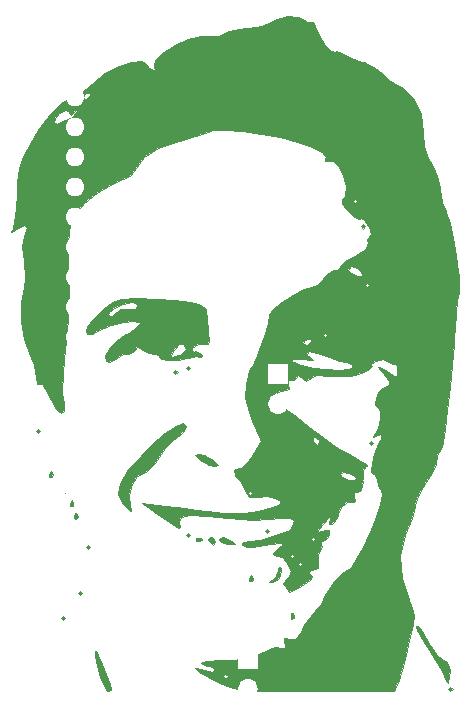
<source format=gbo>
G04 #@! TF.GenerationSoftware,KiCad,Pcbnew,(5.1.9)-1*
G04 #@! TF.CreationDate,2022-03-02T13:11:58-06:00*
G04 #@! TF.ProjectId,V2_load_cell,56325f6c-6f61-4645-9f63-656c6c2e6b69,rev?*
G04 #@! TF.SameCoordinates,Original*
G04 #@! TF.FileFunction,Legend,Bot*
G04 #@! TF.FilePolarity,Positive*
%FSLAX46Y46*%
G04 Gerber Fmt 4.6, Leading zero omitted, Abs format (unit mm)*
G04 Created by KiCad (PCBNEW (5.1.9)-1) date 2022-03-02 13:11:58*
%MOMM*%
%LPD*%
G01*
G04 APERTURE LIST*
%ADD10C,0.010000*%
%ADD11C,3.200000*%
%ADD12O,1.600000X1.600000*%
%ADD13R,1.600000X1.600000*%
%ADD14O,1.200000X1.750000*%
%ADD15O,1.700000X1.700000*%
%ADD16R,1.700000X1.700000*%
%ADD17C,1.600000*%
G04 APERTURE END LIST*
D10*
G36*
X114370555Y-45261389D02*
G01*
X114546944Y-45437778D01*
X114723333Y-45261389D01*
X114546944Y-45085000D01*
X114370555Y-45261389D01*
G37*
X114370555Y-45261389D02*
X114546944Y-45437778D01*
X114723333Y-45261389D01*
X114546944Y-45085000D01*
X114370555Y-45261389D01*
G36*
X94085833Y-51387939D02*
G01*
X93374057Y-51664974D01*
X92510148Y-52286183D01*
X91708070Y-53057494D01*
X91181789Y-53784833D01*
X91087222Y-54107773D01*
X91179294Y-54404230D01*
X91566204Y-54349604D01*
X92233750Y-54027444D01*
X93184065Y-53635752D01*
X94204665Y-53368823D01*
X95083577Y-53261531D01*
X95608828Y-53348750D01*
X95673333Y-53461558D01*
X95392544Y-53794272D01*
X94696215Y-54265537D01*
X94480108Y-54386592D01*
X93678755Y-54953243D01*
X93060278Y-55622754D01*
X92722293Y-56239297D01*
X92762411Y-56647043D01*
X93014243Y-56726666D01*
X93611637Y-56508600D01*
X93733055Y-56373889D01*
X94230638Y-56077532D01*
X94635820Y-56021111D01*
X95197142Y-55839483D01*
X95320555Y-55597778D01*
X95424682Y-55352343D01*
X95743889Y-55597778D01*
X96447570Y-55966592D01*
X96823042Y-56021111D01*
X97290242Y-56134135D01*
X97316024Y-56285694D01*
X97462680Y-56495486D01*
X98062513Y-56593273D01*
X98870591Y-56569285D01*
X99641983Y-56413749D01*
X99730277Y-56382016D01*
X100437939Y-56238717D01*
X100754924Y-56296151D01*
X100901944Y-56245412D01*
X100818742Y-56069864D01*
X100398818Y-55811528D01*
X100239109Y-55857290D01*
X100056046Y-55785311D01*
X100094958Y-55614677D01*
X99546827Y-55614677D01*
X99219080Y-56022594D01*
X98936527Y-56130710D01*
X98367998Y-56287416D01*
X98227983Y-56332966D01*
X98313597Y-56114779D01*
X98563175Y-55691152D01*
X98999489Y-55225609D01*
X99271720Y-55182805D01*
X99546827Y-55614677D01*
X100094958Y-55614677D01*
X100109879Y-55549252D01*
X100568206Y-55197129D01*
X100976530Y-55216354D01*
X101398175Y-55250107D01*
X101537267Y-54935203D01*
X101459690Y-54106242D01*
X101448749Y-54030841D01*
X101313028Y-53045380D01*
X101231239Y-52342138D01*
X101224816Y-52259989D01*
X100877762Y-51957101D01*
X100807956Y-51936880D01*
X95437658Y-51936880D01*
X95339762Y-52247278D01*
X94800533Y-52228646D01*
X94077830Y-52253983D01*
X93753587Y-52460112D01*
X93291617Y-52824533D01*
X93162249Y-52846111D01*
X92960850Y-52633787D01*
X93006031Y-52528070D01*
X93453037Y-52194996D01*
X94234495Y-51850305D01*
X95029877Y-51664373D01*
X95401415Y-51858884D01*
X95437658Y-51936880D01*
X100807956Y-51936880D01*
X99973204Y-51695077D01*
X98658824Y-51491955D01*
X97082306Y-51365777D01*
X95391330Y-51334581D01*
X94085833Y-51387939D01*
G37*
X94085833Y-51387939D02*
X93374057Y-51664974D01*
X92510148Y-52286183D01*
X91708070Y-53057494D01*
X91181789Y-53784833D01*
X91087222Y-54107773D01*
X91179294Y-54404230D01*
X91566204Y-54349604D01*
X92233750Y-54027444D01*
X93184065Y-53635752D01*
X94204665Y-53368823D01*
X95083577Y-53261531D01*
X95608828Y-53348750D01*
X95673333Y-53461558D01*
X95392544Y-53794272D01*
X94696215Y-54265537D01*
X94480108Y-54386592D01*
X93678755Y-54953243D01*
X93060278Y-55622754D01*
X92722293Y-56239297D01*
X92762411Y-56647043D01*
X93014243Y-56726666D01*
X93611637Y-56508600D01*
X93733055Y-56373889D01*
X94230638Y-56077532D01*
X94635820Y-56021111D01*
X95197142Y-55839483D01*
X95320555Y-55597778D01*
X95424682Y-55352343D01*
X95743889Y-55597778D01*
X96447570Y-55966592D01*
X96823042Y-56021111D01*
X97290242Y-56134135D01*
X97316024Y-56285694D01*
X97462680Y-56495486D01*
X98062513Y-56593273D01*
X98870591Y-56569285D01*
X99641983Y-56413749D01*
X99730277Y-56382016D01*
X100437939Y-56238717D01*
X100754924Y-56296151D01*
X100901944Y-56245412D01*
X100818742Y-56069864D01*
X100398818Y-55811528D01*
X100239109Y-55857290D01*
X100056046Y-55785311D01*
X100094958Y-55614677D01*
X99546827Y-55614677D01*
X99219080Y-56022594D01*
X98936527Y-56130710D01*
X98367998Y-56287416D01*
X98227983Y-56332966D01*
X98313597Y-56114779D01*
X98563175Y-55691152D01*
X98999489Y-55225609D01*
X99271720Y-55182805D01*
X99546827Y-55614677D01*
X100094958Y-55614677D01*
X100109879Y-55549252D01*
X100568206Y-55197129D01*
X100976530Y-55216354D01*
X101398175Y-55250107D01*
X101537267Y-54935203D01*
X101459690Y-54106242D01*
X101448749Y-54030841D01*
X101313028Y-53045380D01*
X101231239Y-52342138D01*
X101224816Y-52259989D01*
X100877762Y-51957101D01*
X100807956Y-51936880D01*
X95437658Y-51936880D01*
X95339762Y-52247278D01*
X94800533Y-52228646D01*
X94077830Y-52253983D01*
X93753587Y-52460112D01*
X93291617Y-52824533D01*
X93162249Y-52846111D01*
X92960850Y-52633787D01*
X93006031Y-52528070D01*
X93453037Y-52194996D01*
X94234495Y-51850305D01*
X95029877Y-51664373D01*
X95401415Y-51858884D01*
X95437658Y-51936880D01*
X100807956Y-51936880D01*
X99973204Y-51695077D01*
X98658824Y-51491955D01*
X97082306Y-51365777D01*
X95391330Y-51334581D01*
X94085833Y-51387939D01*
G36*
X99553889Y-57255833D02*
G01*
X99730277Y-57432222D01*
X99906666Y-57255833D01*
X99730277Y-57079444D01*
X99553889Y-57255833D01*
G37*
X99553889Y-57255833D02*
X99730277Y-57432222D01*
X99906666Y-57255833D01*
X99730277Y-57079444D01*
X99553889Y-57255833D01*
G36*
X98495555Y-57608611D02*
G01*
X98671944Y-57785000D01*
X98848333Y-57608611D01*
X98671944Y-57432222D01*
X98495555Y-57608611D01*
G37*
X98495555Y-57608611D02*
X98671944Y-57785000D01*
X98848333Y-57608611D01*
X98671944Y-57432222D01*
X98495555Y-57608611D01*
G36*
X86853889Y-62547500D02*
G01*
X87030277Y-62723889D01*
X87206666Y-62547500D01*
X87030277Y-62371111D01*
X86853889Y-62547500D01*
G37*
X86853889Y-62547500D02*
X87030277Y-62723889D01*
X87206666Y-62547500D01*
X87030277Y-62371111D01*
X86853889Y-62547500D01*
G36*
X115076111Y-63605833D02*
G01*
X115252500Y-63782222D01*
X115428889Y-63605833D01*
X115252500Y-63429444D01*
X115076111Y-63605833D01*
G37*
X115076111Y-63605833D02*
X115252500Y-63782222D01*
X115428889Y-63605833D01*
X115252500Y-63429444D01*
X115076111Y-63605833D01*
G36*
X100342700Y-64605610D02*
G01*
X100662236Y-64946681D01*
X100767843Y-65028164D01*
X101515720Y-65437803D01*
X101981797Y-65546111D01*
X102251319Y-65450718D01*
X101931783Y-65109647D01*
X101826176Y-65028164D01*
X101078298Y-64618525D01*
X100612222Y-64510217D01*
X100342700Y-64605610D01*
G37*
X100342700Y-64605610D02*
X100662236Y-64946681D01*
X100767843Y-65028164D01*
X101515720Y-65437803D01*
X101981797Y-65546111D01*
X102251319Y-65450718D01*
X101931783Y-65109647D01*
X101826176Y-65028164D01*
X101078298Y-64618525D01*
X100612222Y-64510217D01*
X100342700Y-64605610D01*
G36*
X88029815Y-66016481D02*
G01*
X87987594Y-66435146D01*
X88029815Y-66486852D01*
X88239541Y-66438426D01*
X88265000Y-66251667D01*
X88135924Y-65961290D01*
X88029815Y-66016481D01*
G37*
X88029815Y-66016481D02*
X87987594Y-66435146D01*
X88029815Y-66486852D01*
X88239541Y-66438426D01*
X88265000Y-66251667D01*
X88135924Y-65961290D01*
X88029815Y-66016481D01*
G36*
X89323333Y-67839167D02*
G01*
X89499722Y-68015555D01*
X89676111Y-67839167D01*
X89499722Y-67662778D01*
X89323333Y-67839167D01*
G37*
X89323333Y-67839167D02*
X89499722Y-68015555D01*
X89676111Y-67839167D01*
X89499722Y-67662778D01*
X89323333Y-67839167D01*
G36*
X89793703Y-68485926D02*
G01*
X89751483Y-68904590D01*
X89793703Y-68956296D01*
X90003429Y-68907870D01*
X90028889Y-68721111D01*
X89899813Y-68430735D01*
X89793703Y-68485926D01*
G37*
X89793703Y-68485926D02*
X89751483Y-68904590D01*
X89793703Y-68956296D01*
X90003429Y-68907870D01*
X90028889Y-68721111D01*
X89899813Y-68430735D01*
X89793703Y-68485926D01*
G36*
X98717583Y-62114094D02*
G01*
X97804253Y-62739143D01*
X96678184Y-63710294D01*
X95720037Y-64659014D01*
X94554986Y-65989637D01*
X93933657Y-67025762D01*
X93819731Y-67874588D01*
X94176890Y-68643317D01*
X94313558Y-68810594D01*
X94790335Y-69334701D01*
X94913766Y-69334155D01*
X94801051Y-68855901D01*
X94763133Y-67969731D01*
X95012254Y-67068350D01*
X95445439Y-66416970D01*
X95812218Y-66251667D01*
X96302092Y-65974411D01*
X96907709Y-65281615D01*
X97095578Y-64998929D01*
X97807263Y-64045600D01*
X98574651Y-63293047D01*
X98711850Y-63194467D01*
X99328657Y-62627072D01*
X99553889Y-62134204D01*
X99330140Y-61893122D01*
X98717583Y-62114094D01*
G37*
X98717583Y-62114094D02*
X97804253Y-62739143D01*
X96678184Y-63710294D01*
X95720037Y-64659014D01*
X94554986Y-65989637D01*
X93933657Y-67025762D01*
X93819731Y-67874588D01*
X94176890Y-68643317D01*
X94313558Y-68810594D01*
X94790335Y-69334701D01*
X94913766Y-69334155D01*
X94801051Y-68855901D01*
X94763133Y-67969731D01*
X95012254Y-67068350D01*
X95445439Y-66416970D01*
X95812218Y-66251667D01*
X96302092Y-65974411D01*
X96907709Y-65281615D01*
X97095578Y-64998929D01*
X97807263Y-64045600D01*
X98574651Y-63293047D01*
X98711850Y-63194467D01*
X99328657Y-62627072D01*
X99553889Y-62134204D01*
X99330140Y-61893122D01*
X98717583Y-62114094D01*
G36*
X90146481Y-69544259D02*
G01*
X90104261Y-69962924D01*
X90146481Y-70014629D01*
X90356207Y-69966204D01*
X90381666Y-69779444D01*
X90252591Y-69489068D01*
X90146481Y-69544259D01*
G37*
X90146481Y-69544259D02*
X90104261Y-69962924D01*
X90146481Y-70014629D01*
X90356207Y-69966204D01*
X90381666Y-69779444D01*
X90252591Y-69489068D01*
X90146481Y-69544259D01*
G36*
X106256666Y-71014167D02*
G01*
X106433055Y-71190555D01*
X106609444Y-71014167D01*
X106433055Y-70837778D01*
X106256666Y-71014167D01*
G37*
X106256666Y-71014167D02*
X106433055Y-71190555D01*
X106609444Y-71014167D01*
X106433055Y-70837778D01*
X106256666Y-71014167D01*
G36*
X99553889Y-71366944D02*
G01*
X99730277Y-71543333D01*
X99906666Y-71366944D01*
X99730277Y-71190555D01*
X99553889Y-71366944D01*
G37*
X99553889Y-71366944D02*
X99730277Y-71543333D01*
X99906666Y-71366944D01*
X99730277Y-71190555D01*
X99553889Y-71366944D01*
G36*
X100377037Y-71660926D02*
G01*
X100425462Y-71870652D01*
X100612222Y-71896111D01*
X100902598Y-71767035D01*
X100847407Y-71660926D01*
X100428742Y-71618705D01*
X100377037Y-71660926D01*
G37*
X100377037Y-71660926D02*
X100425462Y-71870652D01*
X100612222Y-71896111D01*
X100902598Y-71767035D01*
X100847407Y-71660926D01*
X100428742Y-71618705D01*
X100377037Y-71660926D01*
G36*
X101439044Y-71759458D02*
G01*
X101494166Y-71896111D01*
X101811175Y-72232655D01*
X101867764Y-72248889D01*
X102019288Y-71975948D01*
X102023333Y-71896111D01*
X101752134Y-71556890D01*
X101649735Y-71543333D01*
X101439044Y-71759458D01*
G37*
X101439044Y-71759458D02*
X101494166Y-71896111D01*
X101811175Y-72232655D01*
X101867764Y-72248889D01*
X102019288Y-71975948D01*
X102023333Y-71896111D01*
X101752134Y-71556890D01*
X101649735Y-71543333D01*
X101439044Y-71759458D01*
G36*
X102385800Y-71731692D02*
G01*
X102376111Y-71821038D01*
X102676262Y-72061201D01*
X103165413Y-72158200D01*
X103670163Y-72148019D01*
X103534041Y-71954321D01*
X103429996Y-71885897D01*
X102712155Y-71567836D01*
X102385800Y-71731692D01*
G37*
X102385800Y-71731692D02*
X102376111Y-71821038D01*
X102676262Y-72061201D01*
X103165413Y-72158200D01*
X103670163Y-72148019D01*
X103534041Y-71954321D01*
X103429996Y-71885897D01*
X102712155Y-71567836D01*
X102385800Y-71731692D01*
G36*
X91087222Y-72425278D02*
G01*
X91263611Y-72601667D01*
X91440000Y-72425278D01*
X91263611Y-72248889D01*
X91087222Y-72425278D01*
G37*
X91087222Y-72425278D02*
X91263611Y-72601667D01*
X91440000Y-72425278D01*
X91263611Y-72248889D01*
X91087222Y-72425278D01*
G36*
X104963148Y-74835926D02*
G01*
X104920927Y-75254590D01*
X104963148Y-75306296D01*
X105172874Y-75257870D01*
X105198333Y-75071111D01*
X105069257Y-74780735D01*
X104963148Y-74835926D01*
G37*
X104963148Y-74835926D02*
X104920927Y-75254590D01*
X104963148Y-75306296D01*
X105172874Y-75257870D01*
X105198333Y-75071111D01*
X105069257Y-74780735D01*
X104963148Y-74835926D01*
G36*
X107347214Y-74195849D02*
G01*
X107315000Y-74453750D01*
X107074185Y-75048241D01*
X106874028Y-75190251D01*
X106623301Y-75349723D01*
X106885099Y-75396038D01*
X107388752Y-75138721D01*
X107546042Y-74879507D01*
X107614790Y-74288203D01*
X107534970Y-74115156D01*
X107347214Y-74195849D01*
G37*
X107347214Y-74195849D02*
X107315000Y-74453750D01*
X107074185Y-75048241D01*
X106874028Y-75190251D01*
X106623301Y-75349723D01*
X106885099Y-75396038D01*
X107388752Y-75138721D01*
X107546042Y-74879507D01*
X107614790Y-74288203D01*
X107534970Y-74115156D01*
X107347214Y-74195849D01*
G36*
X90381666Y-76305833D02*
G01*
X90558055Y-76482222D01*
X90734444Y-76305833D01*
X90558055Y-76129444D01*
X90381666Y-76305833D01*
G37*
X90381666Y-76305833D02*
X90558055Y-76482222D01*
X90734444Y-76305833D01*
X90558055Y-76129444D01*
X90381666Y-76305833D01*
G36*
X88970555Y-78422500D02*
G01*
X89146944Y-78598889D01*
X89323333Y-78422500D01*
X89146944Y-78246111D01*
X88970555Y-78422500D01*
G37*
X88970555Y-78422500D02*
X89146944Y-78598889D01*
X89323333Y-78422500D01*
X89146944Y-78246111D01*
X88970555Y-78422500D01*
G36*
X108490926Y-78010926D02*
G01*
X108448705Y-78429590D01*
X108490926Y-78481296D01*
X108700652Y-78432870D01*
X108726111Y-78246111D01*
X108597035Y-77955735D01*
X108490926Y-78010926D01*
G37*
X108490926Y-78010926D02*
X108448705Y-78429590D01*
X108490926Y-78481296D01*
X108700652Y-78432870D01*
X108726111Y-78246111D01*
X108597035Y-77955735D01*
X108490926Y-78010926D01*
G36*
X119154169Y-79436551D02*
G01*
X119548117Y-80209983D01*
X120112850Y-81132523D01*
X120788208Y-82201722D01*
X121307971Y-83089612D01*
X121530901Y-83537778D01*
X121724215Y-83906060D01*
X121780436Y-83890555D01*
X121931218Y-82835823D01*
X121654987Y-82113229D01*
X121360874Y-81929572D01*
X120808630Y-81503314D01*
X120194327Y-80677634D01*
X119984473Y-80302941D01*
X119518633Y-79498016D01*
X119166332Y-79081615D01*
X119073654Y-79069864D01*
X119154169Y-79436551D01*
G37*
X119154169Y-79436551D02*
X119548117Y-80209983D01*
X120112850Y-81132523D01*
X120788208Y-82201722D01*
X121307971Y-83089612D01*
X121530901Y-83537778D01*
X121724215Y-83906060D01*
X121780436Y-83890555D01*
X121931218Y-82835823D01*
X121654987Y-82113229D01*
X121360874Y-81929572D01*
X120808630Y-81503314D01*
X120194327Y-80677634D01*
X119984473Y-80302941D01*
X119518633Y-79498016D01*
X119166332Y-79081615D01*
X119073654Y-79069864D01*
X119154169Y-79436551D01*
G36*
X91880810Y-81215486D02*
G01*
X91843794Y-81648167D01*
X91999818Y-82457296D01*
X92271975Y-83387015D01*
X92583360Y-84181467D01*
X92857067Y-84584792D01*
X92896958Y-84596111D01*
X93201365Y-84497106D01*
X93203889Y-84482565D01*
X93090371Y-83970108D01*
X92811442Y-83158781D01*
X92459542Y-82276840D01*
X92127108Y-81552546D01*
X91906579Y-81214156D01*
X91880810Y-81215486D01*
G37*
X91880810Y-81215486D02*
X91843794Y-81648167D01*
X91999818Y-82457296D01*
X92271975Y-83387015D01*
X92583360Y-84181467D01*
X92857067Y-84584792D01*
X92896958Y-84596111D01*
X93201365Y-84497106D01*
X93203889Y-84482565D01*
X93090371Y-83970108D01*
X92811442Y-83158781D01*
X92459542Y-82276840D01*
X92127108Y-81552546D01*
X91906579Y-81214156D01*
X91880810Y-81215486D01*
G36*
X107238160Y-27704086D02*
G01*
X106765065Y-27964058D01*
X105978509Y-28299151D01*
X104884029Y-28482412D01*
X104601792Y-28493225D01*
X103626924Y-28585563D01*
X102978599Y-28802908D01*
X102883312Y-28892762D01*
X102397976Y-29117783D01*
X101701437Y-29092704D01*
X100824563Y-29116505D01*
X99750318Y-29416595D01*
X98647679Y-29902886D01*
X97685624Y-30485289D01*
X97033130Y-31073715D01*
X96859174Y-31578077D01*
X96893549Y-31655972D01*
X96907781Y-31998637D01*
X96790230Y-32032222D01*
X96378698Y-31753149D01*
X96269401Y-31550187D01*
X95823337Y-31255607D01*
X94974961Y-31321299D01*
X93890331Y-31689486D01*
X92735503Y-32302388D01*
X91676535Y-33102228D01*
X91597628Y-33175690D01*
X90712515Y-33918443D01*
X89945485Y-34398593D01*
X89619276Y-34498607D01*
X88980596Y-34784330D01*
X88134617Y-35653730D01*
X87057902Y-37133653D01*
X86324722Y-38272262D01*
X85730989Y-39338901D01*
X85399857Y-40329324D01*
X85252674Y-41544082D01*
X85220170Y-42493130D01*
X85158989Y-43812153D01*
X85042118Y-44882473D01*
X84894352Y-45480349D01*
X84887868Y-45491741D01*
X84769955Y-45770911D01*
X85084367Y-45574039D01*
X85207195Y-45475701D01*
X85825297Y-45152565D01*
X86060720Y-45388768D01*
X85846879Y-46047435D01*
X85664579Y-47040371D01*
X85816170Y-48176943D01*
X85966299Y-49583424D01*
X85811624Y-50510793D01*
X85593166Y-51707424D01*
X85622757Y-53234154D01*
X85872624Y-54771673D01*
X86284048Y-55942455D01*
X86687406Y-57008370D01*
X86859268Y-58028527D01*
X86859291Y-58032064D01*
X86935822Y-58620943D01*
X87123682Y-58612268D01*
X87129650Y-58603091D01*
X87411147Y-58617784D01*
X87821279Y-59258839D01*
X88040881Y-59749000D01*
X88532211Y-60675506D01*
X88953863Y-61059368D01*
X89207306Y-60885343D01*
X89194011Y-60138191D01*
X89151133Y-59920737D01*
X89098739Y-59133205D01*
X89143884Y-57875124D01*
X89275954Y-56373161D01*
X89343667Y-55809183D01*
X89527695Y-54033851D01*
X89645988Y-52186476D01*
X89677380Y-50617591D01*
X89671663Y-50376667D01*
X89607428Y-48264735D01*
X89596958Y-46726291D01*
X89664214Y-45629898D01*
X89833154Y-44844120D01*
X90127738Y-44237517D01*
X90571926Y-43678653D01*
X90968587Y-43261965D01*
X92079126Y-42335092D01*
X93259548Y-41668915D01*
X93651275Y-41531747D01*
X94824863Y-40987614D01*
X95320296Y-40323182D01*
X95970999Y-39359841D01*
X97151274Y-38609763D01*
X98943375Y-38021396D01*
X99024722Y-38001518D01*
X100105785Y-37706602D01*
X100908746Y-37427142D01*
X101141389Y-37307805D01*
X101818733Y-37091320D01*
X102927196Y-37053283D01*
X104331297Y-37164746D01*
X105895561Y-37396758D01*
X107484510Y-37720371D01*
X108962665Y-38106636D01*
X110194549Y-38526602D01*
X111044684Y-38951322D01*
X111377593Y-39351847D01*
X111342826Y-39487670D01*
X111293262Y-39740590D01*
X111446678Y-39679770D01*
X111971627Y-39683530D01*
X112476871Y-40186190D01*
X112880544Y-40983835D01*
X113100782Y-41872555D01*
X113055719Y-42648435D01*
X112794371Y-43036667D01*
X112795584Y-43377933D01*
X113177565Y-43888975D01*
X113725443Y-44361386D01*
X114224348Y-44586756D01*
X114364505Y-44559573D01*
X114675613Y-44719369D01*
X115016962Y-45272451D01*
X115208207Y-45919139D01*
X115079620Y-46143333D01*
X114886491Y-46399910D01*
X114937350Y-46643347D01*
X114774092Y-47150208D01*
X113947927Y-47703240D01*
X113867945Y-47741876D01*
X113067449Y-48193223D01*
X112632734Y-48577424D01*
X112606666Y-48652974D01*
X112321205Y-48932286D01*
X112089912Y-48965555D01*
X111528472Y-49245656D01*
X111195555Y-49671111D01*
X110667761Y-50234008D01*
X110249996Y-50376667D01*
X109570097Y-50565971D01*
X108654437Y-51039741D01*
X107715228Y-51656764D01*
X106964687Y-52275828D01*
X106615026Y-52755719D01*
X106610075Y-52798763D01*
X106498538Y-53416494D01*
X106219698Y-54386493D01*
X105855788Y-55468851D01*
X105489041Y-56423656D01*
X105201692Y-57010998D01*
X105142518Y-57080253D01*
X104932689Y-57512555D01*
X104706588Y-58358721D01*
X104661015Y-58586327D01*
X104598523Y-59747095D01*
X104902293Y-61003390D01*
X105175392Y-61690417D01*
X105939069Y-63465631D01*
X105185792Y-64684458D01*
X104651816Y-65402621D01*
X104225101Y-65728139D01*
X104134245Y-65718943D01*
X103706288Y-65776049D01*
X103629455Y-65868758D01*
X103675002Y-66324322D01*
X103803228Y-66437948D01*
X104211790Y-66925937D01*
X104508900Y-67528794D01*
X104897869Y-68144626D01*
X105532670Y-68205223D01*
X105696308Y-68168250D01*
X106395615Y-68118464D01*
X107061008Y-68245756D01*
X107506260Y-68472534D01*
X107545144Y-68721202D01*
X107315000Y-68842706D01*
X106615845Y-69065646D01*
X105671306Y-69366404D01*
X105660979Y-69369690D01*
X104439166Y-69547014D01*
X102736651Y-69491934D01*
X102133201Y-69426297D01*
X100519222Y-69226723D01*
X98841510Y-69023630D01*
X97792864Y-68899568D01*
X95855451Y-68674171D01*
X97348838Y-69755974D01*
X98360351Y-70466619D01*
X98907341Y-70773232D01*
X99080828Y-70706730D01*
X98975907Y-70308611D01*
X99106014Y-69895227D01*
X99893944Y-69709586D01*
X101329446Y-69752525D01*
X103081666Y-69974077D01*
X105212302Y-70130931D01*
X107581129Y-69958326D01*
X108383814Y-69916063D01*
X108668735Y-70121348D01*
X108656419Y-70409962D01*
X108386713Y-70942879D01*
X108192113Y-71043727D01*
X107638743Y-71190704D01*
X106851062Y-71484699D01*
X105810754Y-71792439D01*
X104978159Y-71896111D01*
X104392625Y-72001074D01*
X104295920Y-72215770D01*
X104763725Y-72430772D01*
X105110490Y-72414523D01*
X106655124Y-72136703D01*
X107534339Y-72040478D01*
X107764252Y-72124918D01*
X107579583Y-72272464D01*
X107070769Y-72727710D01*
X106962222Y-72992794D01*
X107173725Y-73198501D01*
X107276411Y-73154682D01*
X107673181Y-73267203D01*
X108111526Y-73755534D01*
X108442530Y-74392386D01*
X108316065Y-74823537D01*
X108091505Y-75055886D01*
X107775399Y-75511647D01*
X107964144Y-75699066D01*
X108222831Y-76024610D01*
X108177946Y-76160183D01*
X108316598Y-76201668D01*
X108898495Y-75931616D01*
X109261008Y-75726542D01*
X110040917Y-75190753D01*
X110220643Y-74830162D01*
X110075954Y-74673002D01*
X109857542Y-74437202D01*
X110266561Y-74370957D01*
X110748013Y-74188369D01*
X110743107Y-73836389D01*
X109431666Y-73836389D01*
X109255278Y-74012778D01*
X109078889Y-73836389D01*
X109255278Y-73660000D01*
X109431666Y-73836389D01*
X110743107Y-73836389D01*
X110740652Y-73660351D01*
X110729839Y-73130833D01*
X108726111Y-73130833D01*
X108549722Y-73307222D01*
X108373333Y-73130833D01*
X108549722Y-72954444D01*
X108726111Y-73130833D01*
X110729839Y-73130833D01*
X110727222Y-73002689D01*
X110881651Y-72754030D01*
X111049507Y-72330650D01*
X111004101Y-72224512D01*
X111033539Y-71916425D01*
X111136992Y-71896111D01*
X111387612Y-71719722D01*
X110490000Y-71719722D01*
X110313611Y-71896111D01*
X110137222Y-71719722D01*
X110313611Y-71543333D01*
X110490000Y-71719722D01*
X111387612Y-71719722D01*
X111537967Y-71613901D01*
X111684759Y-71343876D01*
X111709799Y-70962198D01*
X111239580Y-71000798D01*
X111170126Y-71022237D01*
X110680733Y-71149592D01*
X110699669Y-70972004D01*
X111074359Y-70516139D01*
X111618741Y-69939064D01*
X111860807Y-69798928D01*
X111719897Y-70139578D01*
X111696437Y-70177989D01*
X111699038Y-70447321D01*
X111940200Y-70412202D01*
X112367507Y-69964803D01*
X112433362Y-69646106D01*
X112674128Y-69016633D01*
X113203310Y-68589233D01*
X113732310Y-68586322D01*
X113866731Y-68477914D01*
X113794069Y-68195840D01*
X113795761Y-67839167D01*
X105198333Y-67839167D01*
X105021944Y-68015555D01*
X104845555Y-67839167D01*
X105021944Y-67662778D01*
X105198333Y-67839167D01*
X113795761Y-67839167D01*
X113796131Y-67761398D01*
X114062693Y-67736546D01*
X114412127Y-67563345D01*
X114507448Y-66793440D01*
X114504526Y-66692639D01*
X114521624Y-66519314D01*
X113930605Y-66519314D01*
X113768777Y-66756919D01*
X113332367Y-66711929D01*
X112750132Y-66446139D01*
X112606666Y-66241737D01*
X112857431Y-66035393D01*
X113382915Y-66103644D01*
X113842901Y-66375160D01*
X113930605Y-66519314D01*
X114521624Y-66519314D01*
X114581793Y-65909391D01*
X114827413Y-65541004D01*
X114857304Y-65537036D01*
X114796988Y-65391685D01*
X114232764Y-65024947D01*
X113532908Y-64644867D01*
X112295634Y-63912259D01*
X111599951Y-63429444D01*
X110842777Y-63429444D01*
X110722415Y-63773050D01*
X110687208Y-63782222D01*
X110386018Y-63535018D01*
X110313611Y-63429444D01*
X110341581Y-63104365D01*
X110469180Y-63076667D01*
X110828421Y-63332752D01*
X110842777Y-63429444D01*
X111599951Y-63429444D01*
X110905860Y-62947734D01*
X110005130Y-62240495D01*
X108983098Y-61423659D01*
X108097522Y-60790907D01*
X107579583Y-60497903D01*
X107046768Y-60072599D01*
X107023003Y-59553368D01*
X107481335Y-59218816D01*
X107705521Y-59196111D01*
X108244258Y-59046142D01*
X108238728Y-58648622D01*
X108206993Y-58280492D01*
X108347243Y-58298042D01*
X108738560Y-58221561D01*
X108845512Y-58051781D01*
X109079069Y-57803028D01*
X109360712Y-58087247D01*
X109716211Y-58370961D01*
X109958446Y-58141640D01*
X110535228Y-57877727D01*
X111698683Y-57939044D01*
X113539795Y-57903056D01*
X114391001Y-57633875D01*
X115076458Y-57296588D01*
X115265398Y-57130458D01*
X113665000Y-57130458D01*
X113353605Y-57313690D01*
X112557554Y-57376209D01*
X111484047Y-57335665D01*
X110340284Y-57209705D01*
X109333464Y-57015980D01*
X108670787Y-56772138D01*
X108574734Y-56696874D01*
X108497421Y-56458055D01*
X108991226Y-56443996D01*
X109431666Y-56508960D01*
X110116282Y-56595837D01*
X110287989Y-56552279D01*
X110225416Y-56516728D01*
X109818613Y-56151012D01*
X109784444Y-56022928D01*
X109982022Y-55820936D01*
X110632310Y-55937639D01*
X111659493Y-56319682D01*
X112540411Y-56615405D01*
X113158799Y-56726666D01*
X113612884Y-56952537D01*
X113665000Y-57130458D01*
X115265398Y-57130458D01*
X115299892Y-57100129D01*
X115252500Y-57082525D01*
X115216003Y-56924750D01*
X115535554Y-56688073D01*
X116273574Y-56511865D01*
X116626346Y-56695739D01*
X117097227Y-56943033D01*
X117239498Y-56915131D01*
X117388784Y-57070186D01*
X117449204Y-57440802D01*
X117440118Y-57883414D01*
X117194816Y-57902925D01*
X116552998Y-57527706D01*
X115921261Y-57141630D01*
X115819013Y-57157392D01*
X116179371Y-57599797D01*
X116222639Y-57650235D01*
X116741427Y-58350572D01*
X116736400Y-58724193D01*
X116251733Y-58905660D01*
X115863752Y-59222236D01*
X115614428Y-59807812D01*
X115578777Y-60367627D01*
X115818698Y-60607222D01*
X116026372Y-60891722D01*
X116026000Y-61551972D01*
X115843528Y-62298101D01*
X115631059Y-62703413D01*
X115432140Y-63047194D01*
X115693472Y-62947176D01*
X116085839Y-62844575D01*
X116031887Y-63280739D01*
X115830467Y-63717220D01*
X115517146Y-64486236D01*
X115295866Y-65297528D01*
X115212447Y-65925058D01*
X115312709Y-66142792D01*
X115341517Y-66129276D01*
X115591562Y-66273596D01*
X115692760Y-66711854D01*
X115878308Y-67370801D01*
X116095486Y-67590995D01*
X116175673Y-67953638D01*
X115992420Y-68777404D01*
X115614068Y-69900736D01*
X115108959Y-71162076D01*
X114545432Y-72399867D01*
X113991828Y-73452552D01*
X113516486Y-74158572D01*
X113229781Y-74365555D01*
X112697805Y-74656462D01*
X112017217Y-75409508D01*
X111332819Y-76445181D01*
X110953213Y-77187778D01*
X110498717Y-77855459D01*
X110123978Y-78246111D01*
X109533650Y-79019743D01*
X109277289Y-79583770D01*
X108913998Y-80171818D01*
X108347101Y-80178063D01*
X107865445Y-80125784D01*
X107887066Y-80522399D01*
X107906337Y-80573970D01*
X107968191Y-80990761D01*
X107727728Y-80928996D01*
X107093251Y-80862669D01*
X106874028Y-80956463D01*
X105420873Y-81590939D01*
X103611098Y-81947382D01*
X102414033Y-81995321D01*
X101455701Y-82017046D01*
X100902280Y-82121893D01*
X100842756Y-82214861D01*
X101297440Y-82457137D01*
X101514986Y-82479444D01*
X101971004Y-82671904D01*
X102023333Y-82823491D01*
X101743990Y-82990226D01*
X101141389Y-82832222D01*
X100428046Y-82605206D01*
X100291802Y-82667448D01*
X100688246Y-82974240D01*
X101572966Y-83480877D01*
X102011605Y-83708224D01*
X102651385Y-84017529D01*
X103251874Y-84245202D01*
X103932224Y-84403725D01*
X104811590Y-84505580D01*
X106009123Y-84563250D01*
X107643977Y-84589217D01*
X109835305Y-84595964D01*
X110487004Y-84596111D01*
X117210241Y-84596111D01*
X117581636Y-83625972D01*
X117666162Y-83361389D01*
X103081666Y-83361389D01*
X102905277Y-83537778D01*
X102728889Y-83361389D01*
X102905277Y-83185000D01*
X103081666Y-83361389D01*
X117666162Y-83361389D01*
X117853798Y-82774052D01*
X118192597Y-81521801D01*
X118484244Y-80313910D01*
X118754554Y-79021618D01*
X118839488Y-78172556D01*
X118734408Y-77527938D01*
X118434672Y-76848979D01*
X118416221Y-76813190D01*
X117829905Y-75057685D01*
X117716988Y-73156522D01*
X118084500Y-71396711D01*
X118273134Y-70970969D01*
X118708913Y-69935909D01*
X118943589Y-69027443D01*
X118956666Y-68849975D01*
X119177355Y-68072783D01*
X119720284Y-67169227D01*
X119838611Y-67021558D01*
X120417788Y-66164006D01*
X120711501Y-65397967D01*
X120720555Y-65289398D01*
X120834722Y-64597948D01*
X120965951Y-64359974D01*
X121235922Y-63827190D01*
X121315676Y-63507428D01*
X121478806Y-62383273D01*
X121675154Y-60771739D01*
X121881930Y-58888778D01*
X122076347Y-56950340D01*
X122235614Y-55172375D01*
X122252595Y-54941958D01*
X110137222Y-54941958D01*
X109881137Y-55301199D01*
X109784444Y-55315555D01*
X109440838Y-55195193D01*
X109431666Y-55159986D01*
X109678871Y-54858796D01*
X109784444Y-54786389D01*
X110109523Y-54814359D01*
X110137222Y-54941958D01*
X122252595Y-54941958D01*
X122290060Y-54433611D01*
X111548333Y-54433611D01*
X111371944Y-54610000D01*
X111195555Y-54433611D01*
X111371944Y-54257222D01*
X111548333Y-54433611D01*
X122290060Y-54433611D01*
X122329060Y-53904444D01*
X122429106Y-52559865D01*
X122543098Y-51465524D01*
X122648244Y-50835588D01*
X122659369Y-50800870D01*
X122702588Y-50200278D01*
X115076111Y-50200278D01*
X114899722Y-50376667D01*
X114723333Y-50200278D01*
X114899722Y-50023889D01*
X115076111Y-50200278D01*
X122702588Y-50200278D01*
X122705992Y-50152976D01*
X122651972Y-49466868D01*
X114554236Y-49466868D01*
X114199635Y-49465841D01*
X114037939Y-49425823D01*
X113455379Y-49147130D01*
X113312222Y-48924410D01*
X113522307Y-48626497D01*
X114004422Y-48791375D01*
X114347521Y-49114190D01*
X114554236Y-49466868D01*
X122651972Y-49466868D01*
X122617734Y-49032020D01*
X122428858Y-47649923D01*
X122173626Y-46218605D01*
X121886298Y-44949986D01*
X121601137Y-44055986D01*
X121551632Y-43949124D01*
X121224899Y-43184912D01*
X121216593Y-43144722D01*
X114017777Y-43144722D01*
X113841389Y-43321111D01*
X113665000Y-43144722D01*
X113841389Y-42968333D01*
X114017777Y-43144722D01*
X121216593Y-43144722D01*
X121127651Y-42714402D01*
X121074511Y-42031781D01*
X120791253Y-41020311D01*
X120372653Y-39977444D01*
X120085475Y-39443570D01*
X119730131Y-38486144D01*
X119607980Y-37340695D01*
X119612032Y-37247789D01*
X119440737Y-35712853D01*
X119204739Y-35209768D01*
X90339541Y-35209768D01*
X90320227Y-35450311D01*
X90290931Y-35560000D01*
X89955409Y-36030071D01*
X89764305Y-36089167D01*
X89169683Y-36307499D01*
X89117546Y-36353750D01*
X88637299Y-36615209D01*
X88424715Y-36375711D01*
X88479737Y-36116443D01*
X88848222Y-35624352D01*
X89326777Y-35391534D01*
X89652392Y-35518043D01*
X89681513Y-35659266D01*
X89819152Y-35825475D01*
X90061148Y-35560000D01*
X90339541Y-35209768D01*
X119204739Y-35209768D01*
X118815175Y-34379326D01*
X118549612Y-34128069D01*
X91440000Y-34128069D01*
X91183914Y-34487310D01*
X91087222Y-34501667D01*
X90743616Y-34381304D01*
X90734444Y-34346097D01*
X90981648Y-34044907D01*
X91087222Y-33972500D01*
X91412301Y-34000470D01*
X91440000Y-34128069D01*
X118549612Y-34128069D01*
X117844736Y-33461166D01*
X117616781Y-33345276D01*
X116756401Y-32831041D01*
X116221545Y-32329234D01*
X115604511Y-31832825D01*
X114651945Y-31374959D01*
X114457656Y-31307689D01*
X113504496Y-30957192D01*
X112829132Y-30632200D01*
X112750596Y-30578197D01*
X112287448Y-30414361D01*
X112173454Y-30466361D01*
X111856642Y-30368677D01*
X111369225Y-29867534D01*
X110876677Y-29179840D01*
X110544475Y-28522503D01*
X110490000Y-28259660D01*
X110317659Y-27924512D01*
X110161598Y-27960212D01*
X109708515Y-27915972D01*
X109611612Y-27804643D01*
X109066894Y-27505192D01*
X108176349Y-27477239D01*
X107238160Y-27704086D01*
G37*
X107238160Y-27704086D02*
X106765065Y-27964058D01*
X105978509Y-28299151D01*
X104884029Y-28482412D01*
X104601792Y-28493225D01*
X103626924Y-28585563D01*
X102978599Y-28802908D01*
X102883312Y-28892762D01*
X102397976Y-29117783D01*
X101701437Y-29092704D01*
X100824563Y-29116505D01*
X99750318Y-29416595D01*
X98647679Y-29902886D01*
X97685624Y-30485289D01*
X97033130Y-31073715D01*
X96859174Y-31578077D01*
X96893549Y-31655972D01*
X96907781Y-31998637D01*
X96790230Y-32032222D01*
X96378698Y-31753149D01*
X96269401Y-31550187D01*
X95823337Y-31255607D01*
X94974961Y-31321299D01*
X93890331Y-31689486D01*
X92735503Y-32302388D01*
X91676535Y-33102228D01*
X91597628Y-33175690D01*
X90712515Y-33918443D01*
X89945485Y-34398593D01*
X89619276Y-34498607D01*
X88980596Y-34784330D01*
X88134617Y-35653730D01*
X87057902Y-37133653D01*
X86324722Y-38272262D01*
X85730989Y-39338901D01*
X85399857Y-40329324D01*
X85252674Y-41544082D01*
X85220170Y-42493130D01*
X85158989Y-43812153D01*
X85042118Y-44882473D01*
X84894352Y-45480349D01*
X84887868Y-45491741D01*
X84769955Y-45770911D01*
X85084367Y-45574039D01*
X85207195Y-45475701D01*
X85825297Y-45152565D01*
X86060720Y-45388768D01*
X85846879Y-46047435D01*
X85664579Y-47040371D01*
X85816170Y-48176943D01*
X85966299Y-49583424D01*
X85811624Y-50510793D01*
X85593166Y-51707424D01*
X85622757Y-53234154D01*
X85872624Y-54771673D01*
X86284048Y-55942455D01*
X86687406Y-57008370D01*
X86859268Y-58028527D01*
X86859291Y-58032064D01*
X86935822Y-58620943D01*
X87123682Y-58612268D01*
X87129650Y-58603091D01*
X87411147Y-58617784D01*
X87821279Y-59258839D01*
X88040881Y-59749000D01*
X88532211Y-60675506D01*
X88953863Y-61059368D01*
X89207306Y-60885343D01*
X89194011Y-60138191D01*
X89151133Y-59920737D01*
X89098739Y-59133205D01*
X89143884Y-57875124D01*
X89275954Y-56373161D01*
X89343667Y-55809183D01*
X89527695Y-54033851D01*
X89645988Y-52186476D01*
X89677380Y-50617591D01*
X89671663Y-50376667D01*
X89607428Y-48264735D01*
X89596958Y-46726291D01*
X89664214Y-45629898D01*
X89833154Y-44844120D01*
X90127738Y-44237517D01*
X90571926Y-43678653D01*
X90968587Y-43261965D01*
X92079126Y-42335092D01*
X93259548Y-41668915D01*
X93651275Y-41531747D01*
X94824863Y-40987614D01*
X95320296Y-40323182D01*
X95970999Y-39359841D01*
X97151274Y-38609763D01*
X98943375Y-38021396D01*
X99024722Y-38001518D01*
X100105785Y-37706602D01*
X100908746Y-37427142D01*
X101141389Y-37307805D01*
X101818733Y-37091320D01*
X102927196Y-37053283D01*
X104331297Y-37164746D01*
X105895561Y-37396758D01*
X107484510Y-37720371D01*
X108962665Y-38106636D01*
X110194549Y-38526602D01*
X111044684Y-38951322D01*
X111377593Y-39351847D01*
X111342826Y-39487670D01*
X111293262Y-39740590D01*
X111446678Y-39679770D01*
X111971627Y-39683530D01*
X112476871Y-40186190D01*
X112880544Y-40983835D01*
X113100782Y-41872555D01*
X113055719Y-42648435D01*
X112794371Y-43036667D01*
X112795584Y-43377933D01*
X113177565Y-43888975D01*
X113725443Y-44361386D01*
X114224348Y-44586756D01*
X114364505Y-44559573D01*
X114675613Y-44719369D01*
X115016962Y-45272451D01*
X115208207Y-45919139D01*
X115079620Y-46143333D01*
X114886491Y-46399910D01*
X114937350Y-46643347D01*
X114774092Y-47150208D01*
X113947927Y-47703240D01*
X113867945Y-47741876D01*
X113067449Y-48193223D01*
X112632734Y-48577424D01*
X112606666Y-48652974D01*
X112321205Y-48932286D01*
X112089912Y-48965555D01*
X111528472Y-49245656D01*
X111195555Y-49671111D01*
X110667761Y-50234008D01*
X110249996Y-50376667D01*
X109570097Y-50565971D01*
X108654437Y-51039741D01*
X107715228Y-51656764D01*
X106964687Y-52275828D01*
X106615026Y-52755719D01*
X106610075Y-52798763D01*
X106498538Y-53416494D01*
X106219698Y-54386493D01*
X105855788Y-55468851D01*
X105489041Y-56423656D01*
X105201692Y-57010998D01*
X105142518Y-57080253D01*
X104932689Y-57512555D01*
X104706588Y-58358721D01*
X104661015Y-58586327D01*
X104598523Y-59747095D01*
X104902293Y-61003390D01*
X105175392Y-61690417D01*
X105939069Y-63465631D01*
X105185792Y-64684458D01*
X104651816Y-65402621D01*
X104225101Y-65728139D01*
X104134245Y-65718943D01*
X103706288Y-65776049D01*
X103629455Y-65868758D01*
X103675002Y-66324322D01*
X103803228Y-66437948D01*
X104211790Y-66925937D01*
X104508900Y-67528794D01*
X104897869Y-68144626D01*
X105532670Y-68205223D01*
X105696308Y-68168250D01*
X106395615Y-68118464D01*
X107061008Y-68245756D01*
X107506260Y-68472534D01*
X107545144Y-68721202D01*
X107315000Y-68842706D01*
X106615845Y-69065646D01*
X105671306Y-69366404D01*
X105660979Y-69369690D01*
X104439166Y-69547014D01*
X102736651Y-69491934D01*
X102133201Y-69426297D01*
X100519222Y-69226723D01*
X98841510Y-69023630D01*
X97792864Y-68899568D01*
X95855451Y-68674171D01*
X97348838Y-69755974D01*
X98360351Y-70466619D01*
X98907341Y-70773232D01*
X99080828Y-70706730D01*
X98975907Y-70308611D01*
X99106014Y-69895227D01*
X99893944Y-69709586D01*
X101329446Y-69752525D01*
X103081666Y-69974077D01*
X105212302Y-70130931D01*
X107581129Y-69958326D01*
X108383814Y-69916063D01*
X108668735Y-70121348D01*
X108656419Y-70409962D01*
X108386713Y-70942879D01*
X108192113Y-71043727D01*
X107638743Y-71190704D01*
X106851062Y-71484699D01*
X105810754Y-71792439D01*
X104978159Y-71896111D01*
X104392625Y-72001074D01*
X104295920Y-72215770D01*
X104763725Y-72430772D01*
X105110490Y-72414523D01*
X106655124Y-72136703D01*
X107534339Y-72040478D01*
X107764252Y-72124918D01*
X107579583Y-72272464D01*
X107070769Y-72727710D01*
X106962222Y-72992794D01*
X107173725Y-73198501D01*
X107276411Y-73154682D01*
X107673181Y-73267203D01*
X108111526Y-73755534D01*
X108442530Y-74392386D01*
X108316065Y-74823537D01*
X108091505Y-75055886D01*
X107775399Y-75511647D01*
X107964144Y-75699066D01*
X108222831Y-76024610D01*
X108177946Y-76160183D01*
X108316598Y-76201668D01*
X108898495Y-75931616D01*
X109261008Y-75726542D01*
X110040917Y-75190753D01*
X110220643Y-74830162D01*
X110075954Y-74673002D01*
X109857542Y-74437202D01*
X110266561Y-74370957D01*
X110748013Y-74188369D01*
X110743107Y-73836389D01*
X109431666Y-73836389D01*
X109255278Y-74012778D01*
X109078889Y-73836389D01*
X109255278Y-73660000D01*
X109431666Y-73836389D01*
X110743107Y-73836389D01*
X110740652Y-73660351D01*
X110729839Y-73130833D01*
X108726111Y-73130833D01*
X108549722Y-73307222D01*
X108373333Y-73130833D01*
X108549722Y-72954444D01*
X108726111Y-73130833D01*
X110729839Y-73130833D01*
X110727222Y-73002689D01*
X110881651Y-72754030D01*
X111049507Y-72330650D01*
X111004101Y-72224512D01*
X111033539Y-71916425D01*
X111136992Y-71896111D01*
X111387612Y-71719722D01*
X110490000Y-71719722D01*
X110313611Y-71896111D01*
X110137222Y-71719722D01*
X110313611Y-71543333D01*
X110490000Y-71719722D01*
X111387612Y-71719722D01*
X111537967Y-71613901D01*
X111684759Y-71343876D01*
X111709799Y-70962198D01*
X111239580Y-71000798D01*
X111170126Y-71022237D01*
X110680733Y-71149592D01*
X110699669Y-70972004D01*
X111074359Y-70516139D01*
X111618741Y-69939064D01*
X111860807Y-69798928D01*
X111719897Y-70139578D01*
X111696437Y-70177989D01*
X111699038Y-70447321D01*
X111940200Y-70412202D01*
X112367507Y-69964803D01*
X112433362Y-69646106D01*
X112674128Y-69016633D01*
X113203310Y-68589233D01*
X113732310Y-68586322D01*
X113866731Y-68477914D01*
X113794069Y-68195840D01*
X113795761Y-67839167D01*
X105198333Y-67839167D01*
X105021944Y-68015555D01*
X104845555Y-67839167D01*
X105021944Y-67662778D01*
X105198333Y-67839167D01*
X113795761Y-67839167D01*
X113796131Y-67761398D01*
X114062693Y-67736546D01*
X114412127Y-67563345D01*
X114507448Y-66793440D01*
X114504526Y-66692639D01*
X114521624Y-66519314D01*
X113930605Y-66519314D01*
X113768777Y-66756919D01*
X113332367Y-66711929D01*
X112750132Y-66446139D01*
X112606666Y-66241737D01*
X112857431Y-66035393D01*
X113382915Y-66103644D01*
X113842901Y-66375160D01*
X113930605Y-66519314D01*
X114521624Y-66519314D01*
X114581793Y-65909391D01*
X114827413Y-65541004D01*
X114857304Y-65537036D01*
X114796988Y-65391685D01*
X114232764Y-65024947D01*
X113532908Y-64644867D01*
X112295634Y-63912259D01*
X111599951Y-63429444D01*
X110842777Y-63429444D01*
X110722415Y-63773050D01*
X110687208Y-63782222D01*
X110386018Y-63535018D01*
X110313611Y-63429444D01*
X110341581Y-63104365D01*
X110469180Y-63076667D01*
X110828421Y-63332752D01*
X110842777Y-63429444D01*
X111599951Y-63429444D01*
X110905860Y-62947734D01*
X110005130Y-62240495D01*
X108983098Y-61423659D01*
X108097522Y-60790907D01*
X107579583Y-60497903D01*
X107046768Y-60072599D01*
X107023003Y-59553368D01*
X107481335Y-59218816D01*
X107705521Y-59196111D01*
X108244258Y-59046142D01*
X108238728Y-58648622D01*
X108206993Y-58280492D01*
X108347243Y-58298042D01*
X108738560Y-58221561D01*
X108845512Y-58051781D01*
X109079069Y-57803028D01*
X109360712Y-58087247D01*
X109716211Y-58370961D01*
X109958446Y-58141640D01*
X110535228Y-57877727D01*
X111698683Y-57939044D01*
X113539795Y-57903056D01*
X114391001Y-57633875D01*
X115076458Y-57296588D01*
X115265398Y-57130458D01*
X113665000Y-57130458D01*
X113353605Y-57313690D01*
X112557554Y-57376209D01*
X111484047Y-57335665D01*
X110340284Y-57209705D01*
X109333464Y-57015980D01*
X108670787Y-56772138D01*
X108574734Y-56696874D01*
X108497421Y-56458055D01*
X108991226Y-56443996D01*
X109431666Y-56508960D01*
X110116282Y-56595837D01*
X110287989Y-56552279D01*
X110225416Y-56516728D01*
X109818613Y-56151012D01*
X109784444Y-56022928D01*
X109982022Y-55820936D01*
X110632310Y-55937639D01*
X111659493Y-56319682D01*
X112540411Y-56615405D01*
X113158799Y-56726666D01*
X113612884Y-56952537D01*
X113665000Y-57130458D01*
X115265398Y-57130458D01*
X115299892Y-57100129D01*
X115252500Y-57082525D01*
X115216003Y-56924750D01*
X115535554Y-56688073D01*
X116273574Y-56511865D01*
X116626346Y-56695739D01*
X117097227Y-56943033D01*
X117239498Y-56915131D01*
X117388784Y-57070186D01*
X117449204Y-57440802D01*
X117440118Y-57883414D01*
X117194816Y-57902925D01*
X116552998Y-57527706D01*
X115921261Y-57141630D01*
X115819013Y-57157392D01*
X116179371Y-57599797D01*
X116222639Y-57650235D01*
X116741427Y-58350572D01*
X116736400Y-58724193D01*
X116251733Y-58905660D01*
X115863752Y-59222236D01*
X115614428Y-59807812D01*
X115578777Y-60367627D01*
X115818698Y-60607222D01*
X116026372Y-60891722D01*
X116026000Y-61551972D01*
X115843528Y-62298101D01*
X115631059Y-62703413D01*
X115432140Y-63047194D01*
X115693472Y-62947176D01*
X116085839Y-62844575D01*
X116031887Y-63280739D01*
X115830467Y-63717220D01*
X115517146Y-64486236D01*
X115295866Y-65297528D01*
X115212447Y-65925058D01*
X115312709Y-66142792D01*
X115341517Y-66129276D01*
X115591562Y-66273596D01*
X115692760Y-66711854D01*
X115878308Y-67370801D01*
X116095486Y-67590995D01*
X116175673Y-67953638D01*
X115992420Y-68777404D01*
X115614068Y-69900736D01*
X115108959Y-71162076D01*
X114545432Y-72399867D01*
X113991828Y-73452552D01*
X113516486Y-74158572D01*
X113229781Y-74365555D01*
X112697805Y-74656462D01*
X112017217Y-75409508D01*
X111332819Y-76445181D01*
X110953213Y-77187778D01*
X110498717Y-77855459D01*
X110123978Y-78246111D01*
X109533650Y-79019743D01*
X109277289Y-79583770D01*
X108913998Y-80171818D01*
X108347101Y-80178063D01*
X107865445Y-80125784D01*
X107887066Y-80522399D01*
X107906337Y-80573970D01*
X107968191Y-80990761D01*
X107727728Y-80928996D01*
X107093251Y-80862669D01*
X106874028Y-80956463D01*
X105420873Y-81590939D01*
X103611098Y-81947382D01*
X102414033Y-81995321D01*
X101455701Y-82017046D01*
X100902280Y-82121893D01*
X100842756Y-82214861D01*
X101297440Y-82457137D01*
X101514986Y-82479444D01*
X101971004Y-82671904D01*
X102023333Y-82823491D01*
X101743990Y-82990226D01*
X101141389Y-82832222D01*
X100428046Y-82605206D01*
X100291802Y-82667448D01*
X100688246Y-82974240D01*
X101572966Y-83480877D01*
X102011605Y-83708224D01*
X102651385Y-84017529D01*
X103251874Y-84245202D01*
X103932224Y-84403725D01*
X104811590Y-84505580D01*
X106009123Y-84563250D01*
X107643977Y-84589217D01*
X109835305Y-84595964D01*
X110487004Y-84596111D01*
X117210241Y-84596111D01*
X117581636Y-83625972D01*
X117666162Y-83361389D01*
X103081666Y-83361389D01*
X102905277Y-83537778D01*
X102728889Y-83361389D01*
X102905277Y-83185000D01*
X103081666Y-83361389D01*
X117666162Y-83361389D01*
X117853798Y-82774052D01*
X118192597Y-81521801D01*
X118484244Y-80313910D01*
X118754554Y-79021618D01*
X118839488Y-78172556D01*
X118734408Y-77527938D01*
X118434672Y-76848979D01*
X118416221Y-76813190D01*
X117829905Y-75057685D01*
X117716988Y-73156522D01*
X118084500Y-71396711D01*
X118273134Y-70970969D01*
X118708913Y-69935909D01*
X118943589Y-69027443D01*
X118956666Y-68849975D01*
X119177355Y-68072783D01*
X119720284Y-67169227D01*
X119838611Y-67021558D01*
X120417788Y-66164006D01*
X120711501Y-65397967D01*
X120720555Y-65289398D01*
X120834722Y-64597948D01*
X120965951Y-64359974D01*
X121235922Y-63827190D01*
X121315676Y-63507428D01*
X121478806Y-62383273D01*
X121675154Y-60771739D01*
X121881930Y-58888778D01*
X122076347Y-56950340D01*
X122235614Y-55172375D01*
X122252595Y-54941958D01*
X110137222Y-54941958D01*
X109881137Y-55301199D01*
X109784444Y-55315555D01*
X109440838Y-55195193D01*
X109431666Y-55159986D01*
X109678871Y-54858796D01*
X109784444Y-54786389D01*
X110109523Y-54814359D01*
X110137222Y-54941958D01*
X122252595Y-54941958D01*
X122290060Y-54433611D01*
X111548333Y-54433611D01*
X111371944Y-54610000D01*
X111195555Y-54433611D01*
X111371944Y-54257222D01*
X111548333Y-54433611D01*
X122290060Y-54433611D01*
X122329060Y-53904444D01*
X122429106Y-52559865D01*
X122543098Y-51465524D01*
X122648244Y-50835588D01*
X122659369Y-50800870D01*
X122702588Y-50200278D01*
X115076111Y-50200278D01*
X114899722Y-50376667D01*
X114723333Y-50200278D01*
X114899722Y-50023889D01*
X115076111Y-50200278D01*
X122702588Y-50200278D01*
X122705992Y-50152976D01*
X122651972Y-49466868D01*
X114554236Y-49466868D01*
X114199635Y-49465841D01*
X114037939Y-49425823D01*
X113455379Y-49147130D01*
X113312222Y-48924410D01*
X113522307Y-48626497D01*
X114004422Y-48791375D01*
X114347521Y-49114190D01*
X114554236Y-49466868D01*
X122651972Y-49466868D01*
X122617734Y-49032020D01*
X122428858Y-47649923D01*
X122173626Y-46218605D01*
X121886298Y-44949986D01*
X121601137Y-44055986D01*
X121551632Y-43949124D01*
X121224899Y-43184912D01*
X121216593Y-43144722D01*
X114017777Y-43144722D01*
X113841389Y-43321111D01*
X113665000Y-43144722D01*
X113841389Y-42968333D01*
X114017777Y-43144722D01*
X121216593Y-43144722D01*
X121127651Y-42714402D01*
X121074511Y-42031781D01*
X120791253Y-41020311D01*
X120372653Y-39977444D01*
X120085475Y-39443570D01*
X119730131Y-38486144D01*
X119607980Y-37340695D01*
X119612032Y-37247789D01*
X119440737Y-35712853D01*
X119204739Y-35209768D01*
X90339541Y-35209768D01*
X90320227Y-35450311D01*
X90290931Y-35560000D01*
X89955409Y-36030071D01*
X89764305Y-36089167D01*
X89169683Y-36307499D01*
X89117546Y-36353750D01*
X88637299Y-36615209D01*
X88424715Y-36375711D01*
X88479737Y-36116443D01*
X88848222Y-35624352D01*
X89326777Y-35391534D01*
X89652392Y-35518043D01*
X89681513Y-35659266D01*
X89819152Y-35825475D01*
X90061148Y-35560000D01*
X90339541Y-35209768D01*
X119204739Y-35209768D01*
X118815175Y-34379326D01*
X118549612Y-34128069D01*
X91440000Y-34128069D01*
X91183914Y-34487310D01*
X91087222Y-34501667D01*
X90743616Y-34381304D01*
X90734444Y-34346097D01*
X90981648Y-34044907D01*
X91087222Y-33972500D01*
X91412301Y-34000470D01*
X91440000Y-34128069D01*
X118549612Y-34128069D01*
X117844736Y-33461166D01*
X117616781Y-33345276D01*
X116756401Y-32831041D01*
X116221545Y-32329234D01*
X115604511Y-31832825D01*
X114651945Y-31374959D01*
X114457656Y-31307689D01*
X113504496Y-30957192D01*
X112829132Y-30632200D01*
X112750596Y-30578197D01*
X112287448Y-30414361D01*
X112173454Y-30466361D01*
X111856642Y-30368677D01*
X111369225Y-29867534D01*
X110876677Y-29179840D01*
X110544475Y-28522503D01*
X110490000Y-28259660D01*
X110317659Y-27924512D01*
X110161598Y-27960212D01*
X109708515Y-27915972D01*
X109611612Y-27804643D01*
X109066894Y-27505192D01*
X108176349Y-27477239D01*
X107238160Y-27704086D01*
G36*
X121778889Y-84419722D02*
G01*
X121955277Y-84596111D01*
X122131666Y-84419722D01*
X121955277Y-84243333D01*
X121778889Y-84419722D01*
G37*
X121778889Y-84419722D02*
X121955277Y-84596111D01*
X122131666Y-84419722D01*
X121955277Y-84243333D01*
X121778889Y-84419722D01*
%LPC*%
D11*
X18415000Y-120015000D03*
D12*
X74930000Y-31750000D03*
X90170000Y-31750000D03*
X74930000Y-67310000D03*
X90170000Y-34290000D03*
X74930000Y-64770000D03*
X90170000Y-36830000D03*
X74930000Y-62230000D03*
X90170000Y-39370000D03*
X74930000Y-59690000D03*
X90170000Y-41910000D03*
X74930000Y-57150000D03*
X90170000Y-44450000D03*
X74930000Y-54610000D03*
X90170000Y-46990000D03*
X74930000Y-52070000D03*
X90170000Y-49530000D03*
X74930000Y-49530000D03*
X90170000Y-52070000D03*
X74930000Y-46990000D03*
X90170000Y-54610000D03*
X74930000Y-44450000D03*
X90170000Y-57150000D03*
X74930000Y-41910000D03*
X90170000Y-59690000D03*
X74930000Y-39370000D03*
X90170000Y-62230000D03*
X74930000Y-36830000D03*
X90170000Y-64770000D03*
X74930000Y-34290000D03*
D13*
X90170000Y-67310000D03*
G36*
G01*
X47565000Y-122545001D02*
X47565000Y-121294999D01*
G75*
G02*
X47814999Y-121045000I249999J0D01*
G01*
X48515001Y-121045000D01*
G75*
G02*
X48765000Y-121294999I0J-249999D01*
G01*
X48765000Y-122545001D01*
G75*
G02*
X48515001Y-122795000I-249999J0D01*
G01*
X47814999Y-122795000D01*
G75*
G02*
X47565000Y-122545001I0J249999D01*
G01*
G37*
D14*
X50165000Y-121920000D03*
X52165000Y-121920000D03*
G36*
G01*
X85665000Y-122545001D02*
X85665000Y-121294999D01*
G75*
G02*
X85914999Y-121045000I249999J0D01*
G01*
X86615001Y-121045000D01*
G75*
G02*
X86865000Y-121294999I0J-249999D01*
G01*
X86865000Y-122545001D01*
G75*
G02*
X86615001Y-122795000I-249999J0D01*
G01*
X85914999Y-122795000D01*
G75*
G02*
X85665000Y-122545001I0J249999D01*
G01*
G37*
X88265000Y-121920000D03*
X90265000Y-121920000D03*
G36*
G01*
X109820000Y-17789999D02*
X109820000Y-19040001D01*
G75*
G02*
X109570001Y-19290000I-249999J0D01*
G01*
X108869999Y-19290000D01*
G75*
G02*
X108620000Y-19040001I0J249999D01*
G01*
X108620000Y-17789999D01*
G75*
G02*
X108869999Y-17540000I249999J0D01*
G01*
X109570001Y-17540000D01*
G75*
G02*
X109820000Y-17789999I0J-249999D01*
G01*
G37*
X107220000Y-18415000D03*
X105220000Y-18415000D03*
G36*
G01*
X33715000Y-17789999D02*
X33715000Y-19040001D01*
G75*
G02*
X33465001Y-19290000I-249999J0D01*
G01*
X32764999Y-19290000D01*
G75*
G02*
X32515000Y-19040001I0J249999D01*
G01*
X32515000Y-17789999D01*
G75*
G02*
X32764999Y-17540000I249999J0D01*
G01*
X33465001Y-17540000D01*
G75*
G02*
X33715000Y-17789999I0J-249999D01*
G01*
G37*
X31115000Y-18415000D03*
X29115000Y-18415000D03*
D15*
X107315000Y-46990000D03*
D16*
X107315000Y-44450000D03*
D15*
X107315000Y-60325000D03*
D16*
X107315000Y-57785000D03*
D11*
X120015000Y-120015000D03*
X120015000Y-18415000D03*
X18415000Y-18415000D03*
D16*
X50165000Y-86360000D03*
D15*
X47625000Y-86360000D03*
X45085000Y-86360000D03*
X42545000Y-86360000D03*
X40005000Y-86360000D03*
X37465000Y-86360000D03*
D17*
X113030000Y-113665000D03*
D12*
X113030000Y-106045000D03*
D17*
X113030000Y-86995000D03*
D12*
X113030000Y-94615000D03*
D17*
X118745000Y-106045000D03*
D12*
X118745000Y-113665000D03*
D17*
X118745000Y-86995000D03*
D12*
X118745000Y-94615000D03*
D16*
X81280000Y-19050000D03*
D15*
X83820000Y-19050000D03*
X104775000Y-94615000D03*
X104775000Y-92075000D03*
X104775000Y-89535000D03*
X104775000Y-86995000D03*
X104775000Y-84455000D03*
D16*
X104775000Y-81915000D03*
X104775000Y-100965000D03*
D15*
X104775000Y-103505000D03*
X104775000Y-106045000D03*
X104775000Y-108585000D03*
X104775000Y-111125000D03*
X104775000Y-113665000D03*
X18415000Y-41275000D03*
X20955000Y-41275000D03*
X23495000Y-41275000D03*
X26035000Y-41275000D03*
X28575000Y-41275000D03*
D16*
X31115000Y-41275000D03*
D15*
X28575000Y-66675000D03*
X26035000Y-66675000D03*
X23495000Y-66675000D03*
D16*
X20955000Y-66675000D03*
X51435000Y-41275000D03*
D15*
X48895000Y-41275000D03*
X46355000Y-41275000D03*
X43815000Y-41275000D03*
X41275000Y-41275000D03*
X38735000Y-41275000D03*
D16*
X41275000Y-66675000D03*
D15*
X43815000Y-66675000D03*
X46355000Y-66675000D03*
X48895000Y-66675000D03*
X18415000Y-86360000D03*
X20955000Y-86360000D03*
X23495000Y-86360000D03*
X26035000Y-86360000D03*
X28575000Y-86360000D03*
D16*
X31115000Y-86360000D03*
X20955000Y-111760000D03*
D15*
X23495000Y-111760000D03*
X26035000Y-111760000D03*
X28575000Y-111760000D03*
X47625000Y-111760000D03*
X45085000Y-111760000D03*
X42545000Y-111760000D03*
D16*
X40005000Y-111760000D03*
D17*
X18415000Y-34925000D03*
D12*
X26035000Y-34925000D03*
X26035000Y-30480000D03*
D17*
X18415000Y-30480000D03*
D12*
X46355000Y-34925000D03*
D17*
X38735000Y-34925000D03*
X38735000Y-30480000D03*
D12*
X46355000Y-30480000D03*
D17*
X18415000Y-78740000D03*
D12*
X26035000Y-78740000D03*
X26035000Y-74295000D03*
D17*
X18415000Y-74295000D03*
D12*
X45085000Y-78740000D03*
D17*
X37465000Y-78740000D03*
X37465000Y-74295000D03*
D12*
X45085000Y-74295000D03*
M02*

</source>
